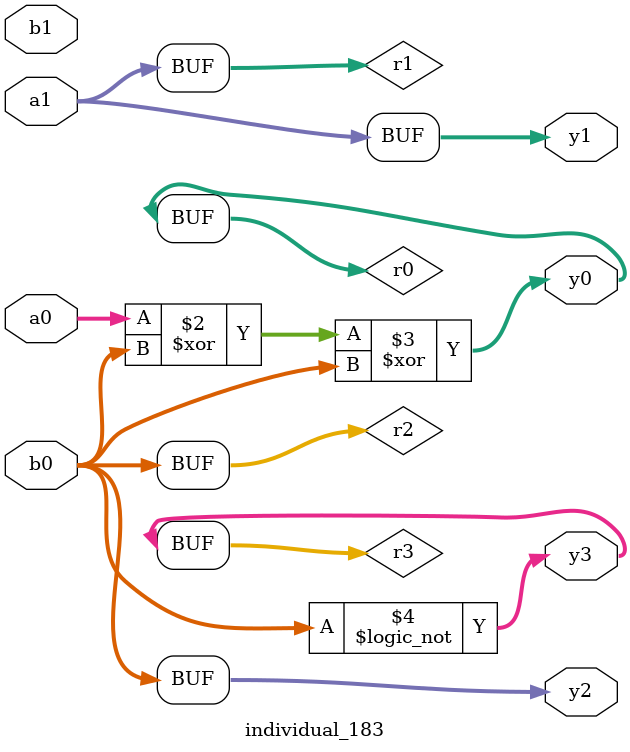
<source format=sv>
module individual_183(input logic [15:0] a1, input logic [15:0] a0, input logic [15:0] b1, input logic [15:0] b0, output logic [15:0] y3, output logic [15:0] y2, output logic [15:0] y1, output logic [15:0] y0);
logic [15:0] r0, r1, r2, r3; 
 always@(*) begin 
	 r0 = a0; r1 = a1; r2 = b0; r3 = b1; 
 	 r0  ^=  r2 ;
 	 r0  ^=  r2 ;
 	 r3 = ! b0 ;
 	 y3 = r3; y2 = r2; y1 = r1; y0 = r0; 
end
endmodule
</source>
